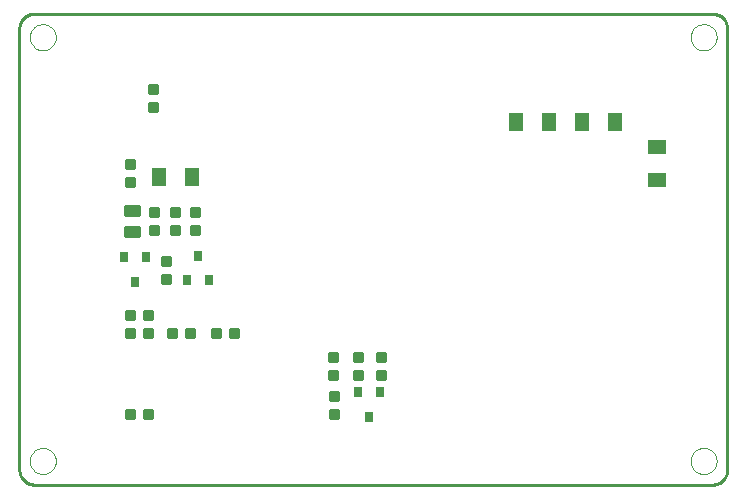
<source format=gtp>
G75*
G70*
%OFA0B0*%
%FSLAX24Y24*%
%IPPOS*%
%LPD*%
%AMOC8*
5,1,8,0,0,1.08239X$1,22.5*
%
%ADD10C,0.0100*%
%ADD11C,0.0000*%
%ADD12R,0.0315X0.0354*%
%ADD13C,0.0087*%
%ADD14R,0.0500X0.0600*%
%ADD15R,0.0600X0.0500*%
D10*
X001387Y001081D02*
X023987Y001081D01*
X024031Y001083D01*
X024074Y001089D01*
X024116Y001098D01*
X024158Y001111D01*
X024198Y001128D01*
X024237Y001148D01*
X024274Y001171D01*
X024308Y001198D01*
X024341Y001227D01*
X024370Y001260D01*
X024397Y001294D01*
X024420Y001331D01*
X024440Y001370D01*
X024457Y001410D01*
X024470Y001452D01*
X024479Y001494D01*
X024485Y001537D01*
X024487Y001581D01*
X024487Y016281D01*
X024485Y016325D01*
X024479Y016368D01*
X024470Y016410D01*
X024457Y016452D01*
X024440Y016492D01*
X024420Y016531D01*
X024397Y016568D01*
X024370Y016602D01*
X024341Y016635D01*
X024308Y016664D01*
X024274Y016691D01*
X024237Y016714D01*
X024198Y016734D01*
X024158Y016751D01*
X024116Y016764D01*
X024074Y016773D01*
X024031Y016779D01*
X023987Y016781D01*
X001387Y016781D01*
X001343Y016779D01*
X001300Y016773D01*
X001258Y016764D01*
X001216Y016751D01*
X001176Y016734D01*
X001137Y016714D01*
X001100Y016691D01*
X001066Y016664D01*
X001033Y016635D01*
X001004Y016602D01*
X000977Y016568D01*
X000954Y016531D01*
X000934Y016492D01*
X000917Y016452D01*
X000904Y016410D01*
X000895Y016368D01*
X000889Y016325D01*
X000887Y016281D01*
X000887Y001581D01*
X000889Y001537D01*
X000895Y001494D01*
X000904Y001452D01*
X000917Y001410D01*
X000934Y001370D01*
X000954Y001331D01*
X000977Y001294D01*
X001004Y001260D01*
X001033Y001227D01*
X001066Y001198D01*
X001100Y001171D01*
X001137Y001148D01*
X001176Y001128D01*
X001216Y001111D01*
X001258Y001098D01*
X001300Y001089D01*
X001343Y001083D01*
X001387Y001081D01*
X004412Y009381D02*
X004412Y009681D01*
X004862Y009681D01*
X004862Y009381D01*
X004412Y009381D01*
X004412Y009480D02*
X004862Y009480D01*
X004862Y009579D02*
X004412Y009579D01*
X004412Y009678D02*
X004862Y009678D01*
X004412Y010081D02*
X004412Y010381D01*
X004862Y010381D01*
X004862Y010081D01*
X004412Y010081D01*
X004412Y010180D02*
X004862Y010180D01*
X004862Y010279D02*
X004412Y010279D01*
X004412Y010378D02*
X004862Y010378D01*
D11*
X001241Y015994D02*
X001243Y016035D01*
X001249Y016076D01*
X001259Y016116D01*
X001272Y016155D01*
X001289Y016192D01*
X001310Y016228D01*
X001334Y016262D01*
X001361Y016293D01*
X001390Y016321D01*
X001423Y016347D01*
X001457Y016369D01*
X001494Y016388D01*
X001532Y016403D01*
X001572Y016415D01*
X001612Y016423D01*
X001653Y016427D01*
X001695Y016427D01*
X001736Y016423D01*
X001776Y016415D01*
X001816Y016403D01*
X001854Y016388D01*
X001890Y016369D01*
X001925Y016347D01*
X001958Y016321D01*
X001987Y016293D01*
X002014Y016262D01*
X002038Y016228D01*
X002059Y016192D01*
X002076Y016155D01*
X002089Y016116D01*
X002099Y016076D01*
X002105Y016035D01*
X002107Y015994D01*
X002105Y015953D01*
X002099Y015912D01*
X002089Y015872D01*
X002076Y015833D01*
X002059Y015796D01*
X002038Y015760D01*
X002014Y015726D01*
X001987Y015695D01*
X001958Y015667D01*
X001925Y015641D01*
X001891Y015619D01*
X001854Y015600D01*
X001816Y015585D01*
X001776Y015573D01*
X001736Y015565D01*
X001695Y015561D01*
X001653Y015561D01*
X001612Y015565D01*
X001572Y015573D01*
X001532Y015585D01*
X001494Y015600D01*
X001458Y015619D01*
X001423Y015641D01*
X001390Y015667D01*
X001361Y015695D01*
X001334Y015726D01*
X001310Y015760D01*
X001289Y015796D01*
X001272Y015833D01*
X001259Y015872D01*
X001249Y015912D01*
X001243Y015953D01*
X001241Y015994D01*
X023266Y015994D02*
X023268Y016035D01*
X023274Y016076D01*
X023284Y016116D01*
X023297Y016155D01*
X023314Y016192D01*
X023335Y016228D01*
X023359Y016262D01*
X023386Y016293D01*
X023415Y016321D01*
X023448Y016347D01*
X023482Y016369D01*
X023519Y016388D01*
X023557Y016403D01*
X023597Y016415D01*
X023637Y016423D01*
X023678Y016427D01*
X023720Y016427D01*
X023761Y016423D01*
X023801Y016415D01*
X023841Y016403D01*
X023879Y016388D01*
X023915Y016369D01*
X023950Y016347D01*
X023983Y016321D01*
X024012Y016293D01*
X024039Y016262D01*
X024063Y016228D01*
X024084Y016192D01*
X024101Y016155D01*
X024114Y016116D01*
X024124Y016076D01*
X024130Y016035D01*
X024132Y015994D01*
X024130Y015953D01*
X024124Y015912D01*
X024114Y015872D01*
X024101Y015833D01*
X024084Y015796D01*
X024063Y015760D01*
X024039Y015726D01*
X024012Y015695D01*
X023983Y015667D01*
X023950Y015641D01*
X023916Y015619D01*
X023879Y015600D01*
X023841Y015585D01*
X023801Y015573D01*
X023761Y015565D01*
X023720Y015561D01*
X023678Y015561D01*
X023637Y015565D01*
X023597Y015573D01*
X023557Y015585D01*
X023519Y015600D01*
X023483Y015619D01*
X023448Y015641D01*
X023415Y015667D01*
X023386Y015695D01*
X023359Y015726D01*
X023335Y015760D01*
X023314Y015796D01*
X023297Y015833D01*
X023284Y015872D01*
X023274Y015912D01*
X023268Y015953D01*
X023266Y015994D01*
X023266Y001868D02*
X023268Y001909D01*
X023274Y001950D01*
X023284Y001990D01*
X023297Y002029D01*
X023314Y002066D01*
X023335Y002102D01*
X023359Y002136D01*
X023386Y002167D01*
X023415Y002195D01*
X023448Y002221D01*
X023482Y002243D01*
X023519Y002262D01*
X023557Y002277D01*
X023597Y002289D01*
X023637Y002297D01*
X023678Y002301D01*
X023720Y002301D01*
X023761Y002297D01*
X023801Y002289D01*
X023841Y002277D01*
X023879Y002262D01*
X023915Y002243D01*
X023950Y002221D01*
X023983Y002195D01*
X024012Y002167D01*
X024039Y002136D01*
X024063Y002102D01*
X024084Y002066D01*
X024101Y002029D01*
X024114Y001990D01*
X024124Y001950D01*
X024130Y001909D01*
X024132Y001868D01*
X024130Y001827D01*
X024124Y001786D01*
X024114Y001746D01*
X024101Y001707D01*
X024084Y001670D01*
X024063Y001634D01*
X024039Y001600D01*
X024012Y001569D01*
X023983Y001541D01*
X023950Y001515D01*
X023916Y001493D01*
X023879Y001474D01*
X023841Y001459D01*
X023801Y001447D01*
X023761Y001439D01*
X023720Y001435D01*
X023678Y001435D01*
X023637Y001439D01*
X023597Y001447D01*
X023557Y001459D01*
X023519Y001474D01*
X023483Y001493D01*
X023448Y001515D01*
X023415Y001541D01*
X023386Y001569D01*
X023359Y001600D01*
X023335Y001634D01*
X023314Y001670D01*
X023297Y001707D01*
X023284Y001746D01*
X023274Y001786D01*
X023268Y001827D01*
X023266Y001868D01*
X001241Y001868D02*
X001243Y001909D01*
X001249Y001950D01*
X001259Y001990D01*
X001272Y002029D01*
X001289Y002066D01*
X001310Y002102D01*
X001334Y002136D01*
X001361Y002167D01*
X001390Y002195D01*
X001423Y002221D01*
X001457Y002243D01*
X001494Y002262D01*
X001532Y002277D01*
X001572Y002289D01*
X001612Y002297D01*
X001653Y002301D01*
X001695Y002301D01*
X001736Y002297D01*
X001776Y002289D01*
X001816Y002277D01*
X001854Y002262D01*
X001890Y002243D01*
X001925Y002221D01*
X001958Y002195D01*
X001987Y002167D01*
X002014Y002136D01*
X002038Y002102D01*
X002059Y002066D01*
X002076Y002029D01*
X002089Y001990D01*
X002099Y001950D01*
X002105Y001909D01*
X002107Y001868D01*
X002105Y001827D01*
X002099Y001786D01*
X002089Y001746D01*
X002076Y001707D01*
X002059Y001670D01*
X002038Y001634D01*
X002014Y001600D01*
X001987Y001569D01*
X001958Y001541D01*
X001925Y001515D01*
X001891Y001493D01*
X001854Y001474D01*
X001816Y001459D01*
X001776Y001447D01*
X001736Y001439D01*
X001695Y001435D01*
X001653Y001435D01*
X001612Y001439D01*
X001572Y001447D01*
X001532Y001459D01*
X001494Y001474D01*
X001458Y001493D01*
X001423Y001515D01*
X001390Y001541D01*
X001361Y001569D01*
X001334Y001600D01*
X001310Y001634D01*
X001289Y001670D01*
X001272Y001707D01*
X001259Y001746D01*
X001249Y001786D01*
X001243Y001827D01*
X001241Y001868D01*
D12*
X012163Y004175D03*
X012911Y004175D03*
X012537Y003348D03*
X007211Y007887D03*
X006463Y007887D03*
X004737Y007848D03*
X005111Y008675D03*
X004363Y008675D03*
X006837Y008714D03*
D13*
X005655Y008663D02*
X005655Y008399D01*
X005655Y008663D02*
X005919Y008663D01*
X005919Y008399D01*
X005655Y008399D01*
X005655Y008485D02*
X005919Y008485D01*
X005919Y008571D02*
X005655Y008571D01*
X005655Y008657D02*
X005919Y008657D01*
X005655Y008063D02*
X005655Y007799D01*
X005655Y008063D02*
X005919Y008063D01*
X005919Y007799D01*
X005655Y007799D01*
X005655Y007885D02*
X005919Y007885D01*
X005919Y007971D02*
X005655Y007971D01*
X005655Y008057D02*
X005919Y008057D01*
X005319Y006863D02*
X005055Y006863D01*
X005319Y006863D02*
X005319Y006599D01*
X005055Y006599D01*
X005055Y006863D01*
X005055Y006685D02*
X005319Y006685D01*
X005319Y006771D02*
X005055Y006771D01*
X005055Y006857D02*
X005319Y006857D01*
X004719Y006863D02*
X004455Y006863D01*
X004719Y006863D02*
X004719Y006599D01*
X004455Y006599D01*
X004455Y006863D01*
X004455Y006685D02*
X004719Y006685D01*
X004719Y006771D02*
X004455Y006771D01*
X004455Y006857D02*
X004719Y006857D01*
X004719Y006263D02*
X004455Y006263D01*
X004719Y006263D02*
X004719Y005999D01*
X004455Y005999D01*
X004455Y006263D01*
X004455Y006085D02*
X004719Y006085D01*
X004719Y006171D02*
X004455Y006171D01*
X004455Y006257D02*
X004719Y006257D01*
X005055Y006263D02*
X005319Y006263D01*
X005319Y005999D01*
X005055Y005999D01*
X005055Y006263D01*
X005055Y006085D02*
X005319Y006085D01*
X005319Y006171D02*
X005055Y006171D01*
X005055Y006257D02*
X005319Y006257D01*
X005855Y006263D02*
X006119Y006263D01*
X006119Y005999D01*
X005855Y005999D01*
X005855Y006263D01*
X005855Y006085D02*
X006119Y006085D01*
X006119Y006171D02*
X005855Y006171D01*
X005855Y006257D02*
X006119Y006257D01*
X006455Y006263D02*
X006719Y006263D01*
X006719Y005999D01*
X006455Y005999D01*
X006455Y006263D01*
X006455Y006085D02*
X006719Y006085D01*
X006719Y006171D02*
X006455Y006171D01*
X006455Y006257D02*
X006719Y006257D01*
X007305Y005999D02*
X007569Y005999D01*
X007305Y005999D02*
X007305Y006263D01*
X007569Y006263D01*
X007569Y005999D01*
X007569Y006085D02*
X007305Y006085D01*
X007305Y006171D02*
X007569Y006171D01*
X007569Y006257D02*
X007305Y006257D01*
X007905Y005999D02*
X008169Y005999D01*
X007905Y005999D02*
X007905Y006263D01*
X008169Y006263D01*
X008169Y005999D01*
X008169Y006085D02*
X007905Y006085D01*
X007905Y006171D02*
X008169Y006171D01*
X008169Y006257D02*
X007905Y006257D01*
X011205Y005463D02*
X011205Y005199D01*
X011205Y005463D02*
X011469Y005463D01*
X011469Y005199D01*
X011205Y005199D01*
X011205Y005285D02*
X011469Y005285D01*
X011469Y005371D02*
X011205Y005371D01*
X011205Y005457D02*
X011469Y005457D01*
X012319Y005463D02*
X012319Y005199D01*
X012055Y005199D01*
X012055Y005463D01*
X012319Y005463D01*
X012319Y005285D02*
X012055Y005285D01*
X012055Y005371D02*
X012319Y005371D01*
X012319Y005457D02*
X012055Y005457D01*
X013069Y005463D02*
X013069Y005199D01*
X012805Y005199D01*
X012805Y005463D01*
X013069Y005463D01*
X013069Y005285D02*
X012805Y005285D01*
X012805Y005371D02*
X013069Y005371D01*
X013069Y005457D02*
X012805Y005457D01*
X013069Y004863D02*
X013069Y004599D01*
X012805Y004599D01*
X012805Y004863D01*
X013069Y004863D01*
X013069Y004685D02*
X012805Y004685D01*
X012805Y004771D02*
X013069Y004771D01*
X013069Y004857D02*
X012805Y004857D01*
X012319Y004863D02*
X012319Y004599D01*
X012055Y004599D01*
X012055Y004863D01*
X012319Y004863D01*
X012319Y004685D02*
X012055Y004685D01*
X012055Y004771D02*
X012319Y004771D01*
X012319Y004857D02*
X012055Y004857D01*
X011205Y004863D02*
X011205Y004599D01*
X011205Y004863D02*
X011469Y004863D01*
X011469Y004599D01*
X011205Y004599D01*
X011205Y004685D02*
X011469Y004685D01*
X011469Y004771D02*
X011205Y004771D01*
X011205Y004857D02*
X011469Y004857D01*
X011255Y004163D02*
X011255Y003899D01*
X011255Y004163D02*
X011519Y004163D01*
X011519Y003899D01*
X011255Y003899D01*
X011255Y003985D02*
X011519Y003985D01*
X011519Y004071D02*
X011255Y004071D01*
X011255Y004157D02*
X011519Y004157D01*
X011255Y003563D02*
X011255Y003299D01*
X011255Y003563D02*
X011519Y003563D01*
X011519Y003299D01*
X011255Y003299D01*
X011255Y003385D02*
X011519Y003385D01*
X011519Y003471D02*
X011255Y003471D01*
X011255Y003557D02*
X011519Y003557D01*
X005319Y003299D02*
X005055Y003299D01*
X005055Y003563D01*
X005319Y003563D01*
X005319Y003299D01*
X005319Y003385D02*
X005055Y003385D01*
X005055Y003471D02*
X005319Y003471D01*
X005319Y003557D02*
X005055Y003557D01*
X004719Y003299D02*
X004455Y003299D01*
X004455Y003563D01*
X004719Y003563D01*
X004719Y003299D01*
X004719Y003385D02*
X004455Y003385D01*
X004455Y003471D02*
X004719Y003471D01*
X004719Y003557D02*
X004455Y003557D01*
X005519Y009449D02*
X005519Y009713D01*
X005519Y009449D02*
X005255Y009449D01*
X005255Y009713D01*
X005519Y009713D01*
X005519Y009535D02*
X005255Y009535D01*
X005255Y009621D02*
X005519Y009621D01*
X005519Y009707D02*
X005255Y009707D01*
X006219Y009713D02*
X006219Y009449D01*
X005955Y009449D01*
X005955Y009713D01*
X006219Y009713D01*
X006219Y009535D02*
X005955Y009535D01*
X005955Y009621D02*
X006219Y009621D01*
X006219Y009707D02*
X005955Y009707D01*
X006605Y009713D02*
X006605Y009449D01*
X006605Y009713D02*
X006869Y009713D01*
X006869Y009449D01*
X006605Y009449D01*
X006605Y009535D02*
X006869Y009535D01*
X006869Y009621D02*
X006605Y009621D01*
X006605Y009707D02*
X006869Y009707D01*
X006605Y010049D02*
X006605Y010313D01*
X006869Y010313D01*
X006869Y010049D01*
X006605Y010049D01*
X006605Y010135D02*
X006869Y010135D01*
X006869Y010221D02*
X006605Y010221D01*
X006605Y010307D02*
X006869Y010307D01*
X006219Y010313D02*
X006219Y010049D01*
X005955Y010049D01*
X005955Y010313D01*
X006219Y010313D01*
X006219Y010135D02*
X005955Y010135D01*
X005955Y010221D02*
X006219Y010221D01*
X006219Y010307D02*
X005955Y010307D01*
X005519Y010313D02*
X005519Y010049D01*
X005255Y010049D01*
X005255Y010313D01*
X005519Y010313D01*
X005519Y010135D02*
X005255Y010135D01*
X005255Y010221D02*
X005519Y010221D01*
X005519Y010307D02*
X005255Y010307D01*
X004719Y011049D02*
X004719Y011313D01*
X004719Y011049D02*
X004455Y011049D01*
X004455Y011313D01*
X004719Y011313D01*
X004719Y011135D02*
X004455Y011135D01*
X004455Y011221D02*
X004719Y011221D01*
X004719Y011307D02*
X004455Y011307D01*
X004719Y011649D02*
X004719Y011913D01*
X004719Y011649D02*
X004455Y011649D01*
X004455Y011913D01*
X004719Y011913D01*
X004719Y011735D02*
X004455Y011735D01*
X004455Y011821D02*
X004719Y011821D01*
X004719Y011907D02*
X004455Y011907D01*
X005469Y013549D02*
X005469Y013813D01*
X005469Y013549D02*
X005205Y013549D01*
X005205Y013813D01*
X005469Y013813D01*
X005469Y013635D02*
X005205Y013635D01*
X005205Y013721D02*
X005469Y013721D01*
X005469Y013807D02*
X005205Y013807D01*
X005469Y014149D02*
X005469Y014413D01*
X005469Y014149D02*
X005205Y014149D01*
X005205Y014413D01*
X005469Y014413D01*
X005469Y014235D02*
X005205Y014235D01*
X005205Y014321D02*
X005469Y014321D01*
X005469Y014407D02*
X005205Y014407D01*
D14*
X005537Y011331D03*
X006637Y011331D03*
X017437Y013181D03*
X018537Y013181D03*
X019637Y013181D03*
X020737Y013181D03*
D15*
X022137Y012331D03*
X022137Y011231D03*
M02*

</source>
